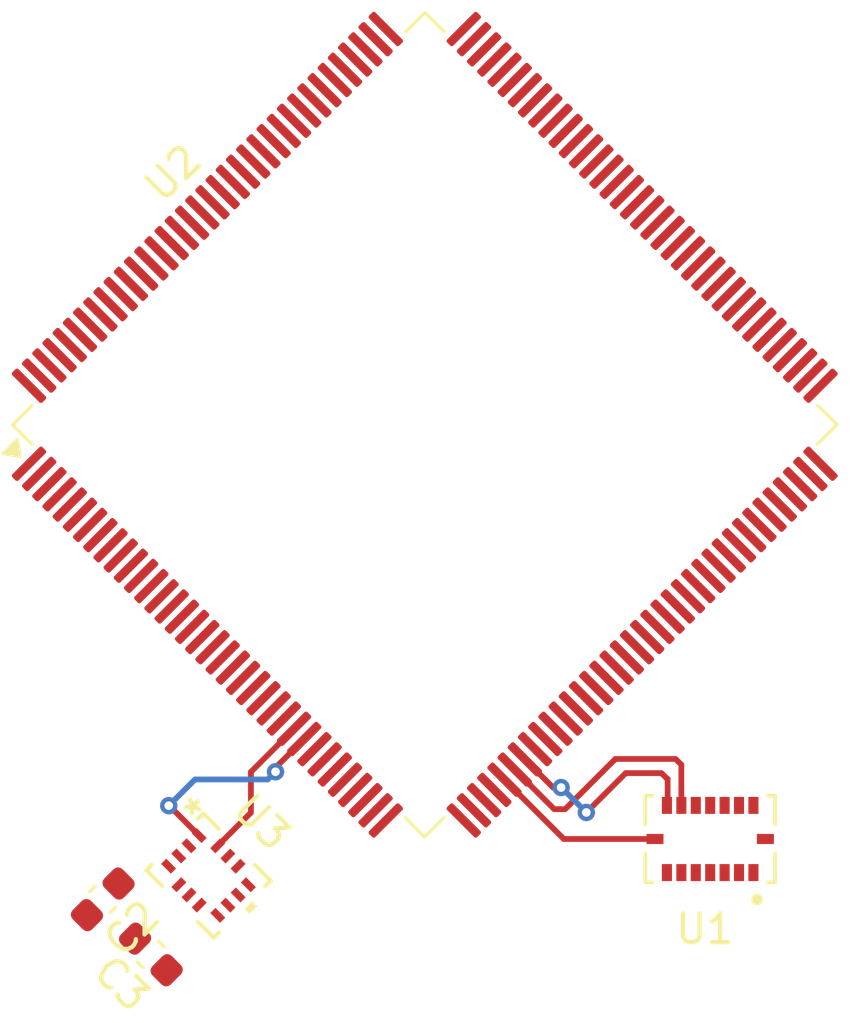
<source format=kicad_pcb>
(kicad_pcb (version 20241229) (generator "pcbnew") (generator_version "9.0")
  (layers (0 "F.Cu" signal) (2 "B.Cu" signal) (13 "F.Paste" user) (15 "B.Paste" user) (5 "F.SilkS" user "F.Silkscreen") (7 "B.SilkS" user "B.Silkscreen") (1 "F.Mask" user) (3 "B.Mask" user) (25 "Edge.Cuts" user))
  (net 0 "")
  (net 13 "SP1_SCK")
  (net 20 "BMI088_CSB_GYRO")
  (net 29 "Net-(U2-VSS-Pad107)")
  (net 39 "BMI088_ACCEL_INT2")
  (net 46 "BMI088_CSB_ACCEL")
  (net 135 "GND")
  (net 136 "VDDIO")
  (net 137 "BMI088_ACCEL_INT1")
  (net 138 "BMI088_GYRO_INT1")
  (net 139 "VDD")
  (net 140 "BMI088_GYRO_INT2")
  (net 141 "SPI2_MOSI")
  (net 142 "SPI2_SCK")
  (net 143 "SPI2_MISO")
  (net 144 "Net-(U3-GNDIO)")
  (net 145 "BMI270_INT1")
  (net 146 "SPI1_MOSI")
  (net 147 "SPI1_MISO")
  (net 149 "BMI270_INT2")
  (footprint "PrototypicalSensorLibrary:BMI088" (layer "F.Cu") (at 49.15 59.205 180)
    (property "Reference" "U1" (at 0.178 -3.121 0) (layer "F.SilkS"))
    (property "Value" "BMI088")
    (fp_line (start 2.25 1.5) (end 2 1.5) (stroke (width 0.127)) (layer "F.SilkS"))
    (fp_line (start 2.25 0.5) (end 2.25 1.5) (stroke (width 0.127)) (layer "F.SilkS"))
    (fp_line (start 2.25 -0.5) (end 2.25 -1.5) (stroke (width 0.127)) (layer "F.SilkS"))
    (fp_line (start 2.25 -1.5) (end 2 -1.5) (stroke (width 0.127)) (layer "F.SilkS"))
    (fp_line (start -2 1.5) (end -2.25 1.5) (stroke (width 0.127)) (layer "F.SilkS"))
    (fp_line (start -2.25 1.5) (end -2.25 0.5) (stroke (width 0.127)) (layer "F.SilkS"))
    (fp_line (start -2.25 -0.5) (end -2.25 -1.5) (stroke (width 0.127)) (layer "F.SilkS"))
    (fp_line (start -2.25 -1.5) (end -2 -1.5) (stroke (width 0.127)) (layer "F.SilkS"))
    (fp_circle (center -1.629 -2.1) (end -1.529 -2.1) (stroke (width 0.2)) (fill no) (layer "F.SilkS"))
    (pad "1" smd rect (at -1.5 -1.165 180) (size 0.35 0.59) (layers "F.Cu" "F.Mask" "F.Paste") (net 39 "BMI088_ACCEL_INT2"))
    (pad "2" smd rect (at -1 -1.165 180) (size 0.35 0.59) (layers "F.Cu" "F.Mask" "F.Paste") (net 135 "GND"))
    (pad "3" smd rect (at -0.5 -1.165 180) (size 0.35 0.59) (layers "F.Cu" "F.Mask" "F.Paste") (net 139 "VDD"))
    (pad "4" smd rect (at 0 -1.164999 180) (size 0.35 0.59) (layers "F.Cu" "F.Mask" "F.Paste") (net 135 "GND"))
    (pad "5" smd rect (at 0.5 -1.165 180) (size 0.35 0.59) (layers "F.Cu" "F.Mask" "F.Paste") (net 20 "BMI088_CSB_GYRO"))
    (pad "6" smd rect (at 1 -1.165 180) (size 0.35 0.59) (layers "F.Cu" "F.Mask" "F.Paste") (net 135 "GND"))
    (pad "7" smd rect (at 1.5 -1.165 180) (size 0.35 0.59) (layers "F.Cu" "F.Mask" "F.Paste") (net 135 "GND"))
    (pad "8" smd rect (at 1.914999 0 180) (size 0.59 0.35) (layers "F.Cu" "F.Mask" "F.Paste") (net 13 "SP1_SCK"))
    (pad "9" smd rect (at 1.5 1.165 180) (size 0.35 0.59) (layers "F.Cu" "F.Mask" "F.Paste") (net 146 "SPI1_MOSI"))
    (pad "10" smd rect (at 1 1.165 180) (size 0.35 0.59) (layers "F.Cu" "F.Mask" "F.Paste") (net 147 "SPI1_MISO"))
    (pad "11" smd rect (at 0.5 1.165 180) (size 0.35 0.59) (layers "F.Cu" "F.Mask" "F.Paste") (net 136 "VDDIO"))
    (pad "12" smd rect (at 0 1.164999 180) (size 0.35 0.59) (layers "F.Cu" "F.Mask" "F.Paste") (net 138 "BMI088_GYRO_INT1"))
    (pad "13" smd rect (at -0.5 1.165 180) (size 0.35 0.59) (layers "F.Cu" "F.Mask" "F.Paste") (net 140 "BMI088_GYRO_INT2"))
    (pad "14" smd rect (at -1 1.165 180) (size 0.35 0.59) (layers "F.Cu" "F.Mask" "F.Paste") (net 46 "BMI088_CSB_ACCEL"))
    (pad "15" smd rect (at -1.5 1.165 180) (size 0.35 0.59) (layers "F.Cu" "F.Mask" "F.Paste") (net 147 "SPI1_MISO"))
    (pad "16" smd rect (at -1.914999 0 180) (size 0.59 0.35) (layers "F.Cu" "F.Mask" "F.Paste") (net 137 "BMI088_ACCEL_INT1"))
  )
  (footprint "Capacitor_SMD:C_0603_1608Metric" (layer "F.Cu") (at 29.75 63.21 135)
    (property "Reference" "C3" (at 0 -1.43 135) (layer "F.SilkS"))
    (property "Value" "100nF")
    (fp_line (start -0.140581 -0.51) (end 0.140581 -0.51) (stroke (width 0.12)) (layer "F.SilkS"))
    (fp_line (start -0.140581 0.51) (end 0.140581 0.51) (stroke (width 0.12)) (layer "F.SilkS"))
    (pad "1" smd roundrect (at -0.775 0 135) (size 0.9 0.95) (layers "F.Cu" "F.Mask" "F.Paste") (net 136 "VDDIO"))
    (pad "2" smd roundrect (at 0.775 0 135) (size 0.9 0.95) (layers "F.Cu" "F.Mask" "F.Paste") (net 144 "Net-(U3-GNDIO)"))
  )
  (footprint "Package_QFP:LQFP-144_20x20mm_P0.5mm" (layer "F.Cu") (at 39.25 44.8375 45)
    (property "Reference" "U2" (at 0 -12.35 45) (layer "F.SilkS"))
    (property "Value" "STM32H753ZITx")
    (fp_line (start -10.11 -10.11) (end -10.11 -9.160001) (stroke (width 0.12)) (layer "F.SilkS"))
    (fp_line (start -9.160001 -10.11) (end -10.11 -10.11) (stroke (width 0.12)) (layer "F.SilkS"))
    (fp_line (start 9.160001 -10.11) (end 10.11 -10.11) (stroke (width 0.12)) (layer "F.SilkS"))
    (fp_line (start 10.11 -10.11) (end 10.11 -9.160001) (stroke (width 0.12)) (layer "F.SilkS"))
    (fp_line (start -10.11 10.11) (end -10.11 9.160001) (stroke (width 0.12)) (layer "F.SilkS"))
    (fp_line (start -9.160001 10.11) (end -10.11 10.11) (stroke (width 0.12)) (layer "F.SilkS"))
    (fp_line (start 9.160001 10.11) (end 10.11 10.11) (stroke (width 0.12)) (layer "F.SilkS"))
    (fp_line (start 10.11 10.11) (end 10.11 9.160001) (stroke (width 0.12)) (layer "F.SilkS"))
    (fp_poly (pts (xy -10.7 -9.160001) (xy -11.04 -9.63) (xy -10.36 -9.63)) (stroke (width 0.12)) (fill yes) (layer "F.SilkS"))
    (pad "1" smd roundrect (at -10.6625 -8.75 45) (size 1.475 0.3) (layers "F.Cu" "F.Mask" "F.Paste"))
    (pad "2" smd roundrect (at -10.6625 -8.25 45) (size 1.475 0.3) (layers "F.Cu" "F.Mask" "F.Paste"))
    (pad "3" smd roundrect (at -10.662501 -7.75 45) (size 1.475 0.3) (layers "F.Cu" "F.Mask" "F.Paste"))
    (pad "4" smd roundrect (at -10.6625 -7.25 45) (size 1.475 0.3) (layers "F.Cu" "F.Mask" "F.Paste"))
    (pad "5" smd roundrect (at -10.6625 -6.75 45) (size 1.475 0.3) (layers "F.Cu" "F.Mask" "F.Paste"))
    (pad "6" smd roundrect (at -10.6625 -6.249999 45) (size 1.475 0.3) (layers "F.Cu" "F.Mask" "F.Paste"))
    (pad "7" smd roundrect (at -10.6625 -5.75 45) (size 1.475 0.3) (layers "F.Cu" "F.Mask" "F.Paste"))
    (pad "8" smd roundrect (at -10.6625 -5.250001 45) (size 1.475 0.3) (layers "F.Cu" "F.Mask" "F.Paste"))
    (pad "9" smd roundrect (at -10.6625 -4.75 45) (size 1.475 0.3) (layers "F.Cu" "F.Mask" "F.Paste"))
    (pad "10" smd roundrect (at -10.6625 -4.25 45) (size 1.475 0.3) (layers "F.Cu" "F.Mask" "F.Paste"))
    (pad "11" smd roundrect (at -10.6625 -3.749999 45) (size 1.475 0.3) (layers "F.Cu" "F.Mask" "F.Paste"))
    (pad "12" smd roundrect (at -10.6625 -3.25 45) (size 1.475 0.3) (layers "F.Cu" "F.Mask" "F.Paste"))
    (pad "13" smd roundrect (at -10.6625 -2.75 45) (size 1.475 0.3) (layers "F.Cu" "F.Mask" "F.Paste"))
    (pad "14" smd roundrect (at -10.6625 -2.25 45) (size 1.475 0.3) (layers "F.Cu" "F.Mask" "F.Paste"))
    (pad "15" smd roundrect (at -10.6625 -1.75 45) (size 1.475 0.3) (layers "F.Cu" "F.Mask" "F.Paste"))
    (pad "16" smd roundrect (at -10.662501 -1.25 45) (size 1.475 0.3) (layers "F.Cu" "F.Mask" "F.Paste") (net 29 "Net-(U2-VSS-Pad107)"))
    (pad "17" smd roundrect (at -10.6625 -0.75 45) (size 1.475 0.3) (layers "F.Cu" "F.Mask" "F.Paste"))
    (pad "18" smd roundrect (at -10.6625 -0.25 45) (size 1.475 0.3) (layers "F.Cu" "F.Mask" "F.Paste"))
    (pad "19" smd roundrect (at -10.6625 0.25 45) (size 1.475 0.3) (layers "F.Cu" "F.Mask" "F.Paste"))
    (pad "20" smd roundrect (at -10.6625 0.75 45) (size 1.475 0.3) (layers "F.Cu" "F.Mask" "F.Paste"))
    (pad "21" smd roundrect (at -10.662501 1.25 45) (size 1.475 0.3) (layers "F.Cu" "F.Mask" "F.Paste"))
    (pad "22" smd roundrect (at -10.6625 1.75 45) (size 1.475 0.3) (layers "F.Cu" "F.Mask" "F.Paste"))
    (pad "23" smd roundrect (at -10.6625 2.25 45) (size 1.475 0.3) (layers "F.Cu" "F.Mask" "F.Paste"))
    (pad "24" smd roundrect (at -10.6625 2.75 45) (size 1.475 0.3) (layers "F.Cu" "F.Mask" "F.Paste"))
    (pad "25" smd roundrect (at -10.6625 3.25 45) (size 1.475 0.3) (layers "F.Cu" "F.Mask" "F.Paste"))
    (pad "26" smd roundrect (at -10.6625 3.749999 45) (size 1.475 0.3) (layers "F.Cu" "F.Mask" "F.Paste"))
    (pad "27" smd roundrect (at -10.6625 4.25 45) (size 1.475 0.3) (layers "F.Cu" "F.Mask" "F.Paste") (net 141 "SPI2_MOSI"))
    (pad "28" smd roundrect (at -10.6625 4.75 45) (size 1.475 0.3) (layers "F.Cu" "F.Mask" "F.Paste") (net 143 "SPI2_MISO"))
    (pad "29" smd roundrect (at -10.6625 5.250001 45) (size 1.475 0.3) (layers "F.Cu" "F.Mask" "F.Paste"))
    (pad "30" smd roundrect (at -10.6625 5.75 45) (size 1.475 0.3) (layers "F.Cu" "F.Mask" "F.Paste"))
    (pad "31" smd roundrect (at -10.6625 6.249999 45) (size 1.475 0.3) (layers "F.Cu" "F.Mask" "F.Paste"))
    (pad "32" smd roundrect (at -10.6625 6.75 45) (size 1.475 0.3) (layers "F.Cu" "F.Mask" "F.Paste"))
    (pad "33" smd roundrect (at -10.6625 7.25 45) (size 1.475 0.3) (layers "F.Cu" "F.Mask" "F.Paste"))
    (pad "34" smd roundrect (at -10.662501 7.75 45) (size 1.475 0.3) (layers "F.Cu" "F.Mask" "F.Paste"))
    (pad "35" smd roundrect (at -10.6625 8.25 45) (size 1.475 0.3) (layers "F.Cu" "F.Mask" "F.Paste"))
    (pad "36" smd roundrect (at -10.6625 8.75 45) (size 1.475 0.3) (layers "F.Cu" "F.Mask" "F.Paste"))
    (pad "37" smd roundrect (at -8.75 10.6625 45) (size 0.3 1.475) (layers "F.Cu" "F.Mask" "F.Paste"))
    (pad "38" smd roundrect (at -8.25 10.6625 45) (size 0.3 1.475) (layers "F.Cu" "F.Mask" "F.Paste") (net 29 "Net-(U2-VSS-Pad107)"))
    (pad "39" smd roundrect (at -7.75 10.662501 45) (size 0.3 1.475) (layers "F.Cu" "F.Mask" "F.Paste"))
    (pad "40" smd roundrect (at -7.25 10.6625 45) (size 0.3 1.475) (layers "F.Cu" "F.Mask" "F.Paste"))
    (pad "41" smd roundrect (at -6.75 10.6625 45) (size 0.3 1.475) (layers "F.Cu" "F.Mask" "F.Paste") (net 13 "SP1_SCK"))
    (pad "42" smd roundrect (at -6.249999 10.6625 45) (size 0.3 1.475) (layers "F.Cu" "F.Mask" "F.Paste") (net 147 "SPI1_MISO"))
    (pad "43" smd roundrect (at -5.75 10.6625 45) (size 0.3 1.475) (layers "F.Cu" "F.Mask" "F.Paste") (net 146 "SPI1_MOSI"))
    (pad "44" smd roundrect (at -5.250001 10.6625 45) (size 0.3 1.475) (layers "F.Cu" "F.Mask" "F.Paste"))
    (pad "45" smd roundrect (at -4.75 10.6625 45) (size 0.3 1.475) (layers "F.Cu" "F.Mask" "F.Paste"))
    (pad "46" smd roundrect (at -4.25 10.6625 45) (size 0.3 1.475) (layers "F.Cu" "F.Mask" "F.Paste"))
    (pad "47" smd roundrect (at -3.749999 10.6625 45) (size 0.3 1.475) (layers "F.Cu" "F.Mask" "F.Paste"))
    (pad "48" smd roundrect (at -3.25 10.6625 45) (size 0.3 1.475) (layers "F.Cu" "F.Mask" "F.Paste"))
    (pad "49" smd roundrect (at -2.75 10.6625 45) (size 0.3 1.475) (layers "F.Cu" "F.Mask" "F.Paste"))
    (pad "50" smd roundrect (at -2.25 10.6625 45) (size 0.3 1.475) (layers "F.Cu" "F.Mask" "F.Paste"))
    (pad "51" smd roundrect (at -1.75 10.6625 45) (size 0.3 1.475) (layers "F.Cu" "F.Mask" "F.Paste") (net 29 "Net-(U2-VSS-Pad107)"))
    (pad "52" smd roundrect (at -1.25 10.662501 45) (size 0.3 1.475) (layers "F.Cu" "F.Mask" "F.Paste"))
    (pad "53" smd roundrect (at -0.75 10.6625 45) (size 0.3 1.475) (layers "F.Cu" "F.Mask" "F.Paste"))
    (pad "54" smd roundrect (at -0.25 10.6625 45) (size 0.3 1.475) (layers "F.Cu" "F.Mask" "F.Paste"))
    (pad "55" smd roundrect (at 0.25 10.6625 45) (size 0.3 1.475) (layers "F.Cu" "F.Mask" "F.Paste"))
    (pad "56" smd roundrect (at 0.75 10.6625 45) (size 0.3 1.475) (layers "F.Cu" "F.Mask" "F.Paste"))
    (pad "57" smd roundrect (at 1.25 10.662501 45) (size 0.3 1.475) (layers "F.Cu" "F.Mask" "F.Paste"))
    (pad "58" smd roundrect (at 1.75 10.6625 45) (size 0.3 1.475) (layers "F.Cu" "F.Mask" "F.Paste"))
    (pad "59" smd roundrect (at 2.25 10.6625 45) (size 0.3 1.475) (layers "F.Cu" "F.Mask" "F.Paste"))
    (pad "60" smd roundrect (at 2.75 10.6625 45) (size 0.3 1.475) (layers "F.Cu" "F.Mask" "F.Paste"))
    (pad "61" smd roundrect (at 3.25 10.6625 45) (size 0.3 1.475) (layers "F.Cu" "F.Mask" "F.Paste") (net 29 "Net-(U2-VSS-Pad107)"))
    (pad "62" smd roundrect (at 3.749999 10.6625 45) (size 0.3 1.475) (layers "F.Cu" "F.Mask" "F.Paste"))
    (pad "63" smd roundrect (at 4.25 10.6625 45) (size 0.3 1.475) (layers "F.Cu" "F.Mask" "F.Paste"))
    (pad "64" smd roundrect (at 4.75 10.6625 45) (size 0.3 1.475) (layers "F.Cu" "F.Mask" "F.Paste"))
    (pad "65" smd roundrect (at 5.250001 10.6625 45) (size 0.3 1.475) (layers "F.Cu" "F.Mask" "F.Paste"))
    (pad "66" smd roundrect (at 5.75 10.6625 45) (size 0.3 1.475) (layers "F.Cu" "F.Mask" "F.Paste"))
    (pad "67" smd roundrect (at 6.249999 10.6625 45) (size 0.3 1.475) (layers "F.Cu" "F.Mask" "F.Paste"))
    (pad "68" smd roundrect (at 6.75 10.6625 45) (size 0.3 1.475) (layers "F.Cu" "F.Mask" "F.Paste"))
    (pad "69" smd roundrect (at 7.25 10.6625 45) (size 0.3 1.475) (layers "F.Cu" "F.Mask" "F.Paste") (net 142 "SPI2_SCK"))
    (pad "70" smd roundrect (at 7.75 10.662501 45) (size 0.3 1.475) (layers "F.Cu" "F.Mask" "F.Paste"))
    (pad "71" smd roundrect (at 8.25 10.6625 45) (size 0.3 1.475) (layers "F.Cu" "F.Mask" "F.Paste"))
    (pad "72" smd roundrect (at 8.75 10.6625 45) (size 0.3 1.475) (layers "F.Cu" "F.Mask" "F.Paste"))
    (pad "73" smd roundrect (at 10.6625 8.75 45) (size 1.475 0.3) (layers "F.Cu" "F.Mask" "F.Paste"))
    (pad "74" smd roundrect (at 10.6625 8.25 45) (size 1.475 0.3) (layers "F.Cu" "F.Mask" "F.Paste"))
    (pad "75" smd roundrect (at 10.662501 7.75 45) (size 1.475 0.3) (layers "F.Cu" "F.Mask" "F.Paste"))
    (pad "76" smd roundrect (at 10.6625 7.25 45) (size 1.475 0.3) (layers "F.Cu" "F.Mask" "F.Paste"))
    (pad "77" smd roundrect (at 10.6625 6.75 45) (size 1.475 0.3) (layers "F.Cu" "F.Mask" "F.Paste"))
    (pad "78" smd roundrect (at 10.6625 6.249999 45) (size 1.475 0.3) (layers "F.Cu" "F.Mask" "F.Paste"))
    (pad "79" smd roundrect (at 10.6625 5.75 45) (size 1.475 0.3) (layers "F.Cu" "F.Mask" "F.Paste"))
    (pad "80" smd roundrect (at 10.6625 5.250001 45) (size 1.475 0.3) (layers "F.Cu" "F.Mask" "F.Paste"))
    (pad "81" smd roundrect (at 10.6625 4.75 45) (size 1.475 0.3) (layers "F.Cu" "F.Mask" "F.Paste"))
    (pad "82" smd roundrect (at 10.6625 4.25 45) (size 1.475 0.3) (layers "F.Cu" "F.Mask" "F.Paste"))
    (pad "83" smd roundrect (at 10.6625 3.749999 45) (size 1.475 0.3) (layers "F.Cu" "F.Mask" "F.Paste") (net 29 "Net-(U2-VSS-Pad107)"))
    (pad "84" smd roundrect (at 10.6625 3.25 45) (size 1.475 0.3) (layers "F.Cu" "F.Mask" "F.Paste"))
    (pad "85" smd roundrect (at 10.6625 2.75 45) (size 1.475 0.3) (layers "F.Cu" "F.Mask" "F.Paste"))
    (pad "86" smd roundrect (at 10.6625 2.25 45) (size 1.475 0.3) (layers "F.Cu" "F.Mask" "F.Paste"))
    (pad "87" smd roundrect (at 10.6625 1.75 45) (size 1.475 0.3) (layers "F.Cu" "F.Mask" "F.Paste"))
    (pad "88" smd roundrect (at 10.662501 1.25 45) (size 1.475 0.3) (layers "F.Cu" "F.Mask" "F.Paste"))
    (pad "89" smd roundrect (at 10.6625 0.75 45) (size 1.475 0.3) (layers "F.Cu" "F.Mask" "F.Paste"))
    (pad "90" smd roundrect (at 10.6625 0.25 45) (size 1.475 0.3) (layers "F.Cu" "F.Mask" "F.Paste"))
    (pad "91" smd roundrect (at 10.6625 -0.25 45) (size 1.475 0.3) (layers "F.Cu" "F.Mask" "F.Paste"))
    (pad "92" smd roundrect (at 10.6625 -0.75 45) (size 1.475 0.3) (layers "F.Cu" "F.Mask" "F.Paste"))
    (pad "93" smd roundrect (at 10.662501 -1.25 45) (size 1.475 0.3) (layers "F.Cu" "F.Mask" "F.Paste"))
    (pad "94" smd roundrect (at 10.6625 -1.75 45) (size 1.475 0.3) (layers "F.Cu" "F.Mask" "F.Paste") (net 29 "Net-(U2-VSS-Pad107)"))
    (pad "95" smd roundrect (at 10.6625 -2.25 45) (size 1.475 0.3) (layers "F.Cu" "F.Mask" "F.Paste"))
    (pad "96" smd roundrect (at 10.6625 -2.75 45) (size 1.475 0.3) (layers "F.Cu" "F.Mask" "F.Paste"))
    (pad "97" smd roundrect (at 10.6625 -3.25 45) (size 1.475 0.3) (layers "F.Cu" "F.Mask" "F.Paste"))
    (pad "98" smd roundrect (at 10.6625 -3.749999 45) (size 1.475 0.3) (layers "F.Cu" "F.Mask" "F.Paste"))
    (pad "99" smd roundrect (at 10.6625 -4.25 45) (size 1.475 0.3) (layers "F.Cu" "F.Mask" "F.Paste"))
    (pad "100" smd roundrect (at 10.6625 -4.75 45) (size 1.475 0.3) (layers "F.Cu" "F.Mask" "F.Paste"))
    (pad "101" smd roundrect (at 10.6625 -5.250001 45) (size 1.475 0.3) (layers "F.Cu" "F.Mask" "F.Paste"))
    (pad "102" smd roundrect (at 10.6625 -5.75 45) (size 1.475 0.3) (layers "F.Cu" "F.Mask" "F.Paste"))
    (pad "103" smd roundrect (at 10.6625 -6.249999 45) (size 1.475 0.3) (layers "F.Cu" "F.Mask" "F.Paste"))
    (pad "104" smd roundrect (at 10.6625 -6.75 45) (size 1.475 0.3) (layers "F.Cu" "F.Mask" "F.Paste"))
    (pad "105" smd roundrect (at 10.6625 -7.25 45) (size 1.475 0.3) (layers "F.Cu" "F.Mask" "F.Paste"))
    (pad "106" smd roundrect (at 10.662501 -7.75 45) (size 1.475 0.3) (layers "F.Cu" "F.Mask" "F.Paste"))
    (pad "107" smd roundrect (at 10.6625 -8.25 45) (size 1.475 0.3) (layers "F.Cu" "F.Mask" "F.Paste") (net 29 "Net-(U2-VSS-Pad107)"))
    (pad "108" smd roundrect (at 10.6625 -8.75 45) (size 1.475 0.3) (layers "F.Cu" "F.Mask" "F.Paste"))
    (pad "109" smd roundrect (at 8.75 -10.6625 45) (size 0.3 1.475) (layers "F.Cu" "F.Mask" "F.Paste"))
    (pad "110" smd roundrect (at 8.25 -10.6625 45) (size 0.3 1.475) (layers "F.Cu" "F.Mask" "F.Paste"))
    (pad "111" smd roundrect (at 7.75 -10.662501 45) (size 0.3 1.475) (layers "F.Cu" "F.Mask" "F.Paste"))
    (pad "112" smd roundrect (at 7.25 -10.6625 45) (size 0.3 1.475) (layers "F.Cu" "F.Mask" "F.Paste"))
    (pad "113" smd roundrect (at 6.75 -10.6625 45) (size 0.3 1.475) (layers "F.Cu" "F.Mask" "F.Paste"))
    (pad "114" smd roundrect (at 6.249999 -10.6625 45) (size 0.3 1.475) (layers "F.Cu" "F.Mask" "F.Paste"))
    (pad "115" smd roundrect (at 5.75 -10.6625 45) (size 0.3 1.475) (layers "F.Cu" "F.Mask" "F.Paste"))
    (pad "116" smd roundrect (at 5.250001 -10.6625 45) (size 0.3 1.475) (layers "F.Cu" "F.Mask" "F.Paste"))
    (pad "117" smd roundrect (at 4.75 -10.6625 45) (size 0.3 1.475) (layers "F.Cu" "F.Mask" "F.Paste"))
    (pad "118" smd roundrect (at 4.25 -10.6625 45) (size 0.3 1.475) (layers "F.Cu" "F.Mask" "F.Paste"))
    (pad "119" smd roundrect (at 3.749999 -10.6625 45) (size 0.3 1.475) (layers "F.Cu" "F.Mask" "F.Paste"))
    (pad "120" smd roundrect (at 3.25 -10.6625 45) (size 0.3 1.475) (layers "F.Cu" "F.Mask" "F.Paste") (net 29 "Net-(U2-VSS-Pad107)"))
    (pad "121" smd roundrect (at 2.75 -10.6625 45) (size 0.3 1.475) (layers "F.Cu" "F.Mask" "F.Paste"))
    (pad "122" smd roundrect (at 2.25 -10.6625 45) (size 0.3 1.475) (layers "F.Cu" "F.Mask" "F.Paste"))
    (pad "123" smd roundrect (at 1.75 -10.6625 45) (size 0.3 1.475) (layers "F.Cu" "F.Mask" "F.Paste"))
    (pad "124" smd roundrect (at 1.25 -10.662501 45) (size 0.3 1.475) (layers "F.Cu" "F.Mask" "F.Paste"))
    (pad "125" smd roundrect (at 0.75 -10.6625 45) (size 0.3 1.475) (layers "F.Cu" "F.Mask" "F.Paste"))
    (pad "126" smd roundrect (at 0.25 -10.6625 45) (size 0.3 1.475) (layers "F.Cu" "F.Mask" "F.Paste"))
    (pad "127" smd roundrect (at -0.25 -10.6625 45) (size 0.3 1.475) (layers "F.Cu" "F.Mask" "F.Paste"))
    (pad "128" smd roundrect (at -0.75 -10.6625 45) (size 0.3 1.475) (layers "F.Cu" "F.Mask" "F.Paste"))
    (pad "129" smd roundrect (at -1.25 -10.662501 45) (size 0.3 1.475) (layers "F.Cu" "F.Mask" "F.Paste"))
    (pad "130" smd roundrect (at -1.75 -10.6625 45) (size 0.3 1.475) (layers "F.Cu" "F.Mask" "F.Paste") (net 29 "Net-(U2-VSS-Pad107)"))
    (pad "131" smd roundrect (at -2.25 -10.6625 45) (size 0.3 1.475) (layers "F.Cu" "F.Mask" "F.Paste"))
    (pad "132" smd roundrect (at -2.75 -10.6625 45) (size 0.3 1.475) (layers "F.Cu" "F.Mask" "F.Paste"))
    (pad "133" smd roundrect (at -3.25 -10.6625 45) (size 0.3 1.475) (layers "F.Cu" "F.Mask" "F.Paste"))
    (pad "134" smd roundrect (at -3.749999 -10.6625 45) (size 0.3 1.475) (layers "F.Cu" "F.Mask" "F.Paste"))
    (pad "135" smd roundrect (at -4.25 -10.6625 45) (size 0.3 1.475) (layers "F.Cu" "F.Mask" "F.Paste"))
    (pad "136" smd roundrect (at -4.75 -10.6625 45) (size 0.3 1.475) (layers "F.Cu" "F.Mask" "F.Paste"))
    (pad "137" smd roundrect (at -5.250001 -10.6625 45) (size 0.3 1.475) (layers "F.Cu" "F.Mask" "F.Paste"))
    (pad "138" smd roundrect (at -5.75 -10.6625 45) (size 0.3 1.475) (layers "F.Cu" "F.Mask" "F.Paste"))
    (pad "139" smd roundrect (at -6.249999 -10.6625 45) (size 0.3 1.475) (layers "F.Cu" "F.Mask" "F.Paste"))
    (pad "140" smd roundrect (at -6.75 -10.6625 45) (size 0.3 1.475) (layers "F.Cu" "F.Mask" "F.Paste"))
    (pad "141" smd roundrect (at -7.25 -10.6625 45) (size 0.3 1.475) (layers "F.Cu" "F.Mask" "F.Paste"))
    (pad "142" smd roundrect (at -7.75 -10.662501 45) (size 0.3 1.475) (layers "F.Cu" "F.Mask" "F.Paste"))
    (pad "143" smd roundrect (at -8.25 -10.6625 45) (size 0.3 1.475) (layers "F.Cu" "F.Mask" "F.Paste"))
    (pad "144" smd roundrect (at -8.75 -10.6625 45) (size 0.3 1.475) (layers "F.Cu" "F.Mask" "F.Paste"))
  )
  (footprint "Prototypical:BMI270_BOS" (layer "F.Cu") (at 31.7475 60.47 -45)
    (property "Reference" "U3" (at 0 -2.619999 315) (layer "F.SilkS"))
    (property "Value" "BMI270")
    (fp_line (start -1.651 1.397) (end -0.890487 1.397) (stroke (width 0.1524)) (layer "F.SilkS"))
    (fp_line (start -1.651 1.140489) (end -1.651 1.397) (stroke (width 0.1524)) (layer "F.SilkS"))
    (fp_line (start 0.890487 1.397) (end 1.651 1.397) (stroke (width 0.1524)) (layer "F.SilkS"))
    (fp_line (start -1.651 -1.397) (end -1.651 -1.140489) (stroke (width 0.1524)) (layer "F.SilkS"))
    (fp_line (start 1.651 1.397) (end 1.651 1.140489) (stroke (width 0.1524)) (layer "F.SilkS"))
    (fp_line (start -0.890487 -1.397) (end -1.651 -1.397) (stroke (width 0.1524)) (layer "F.SilkS"))
    (fp_line (start 1.651 -1.140489) (end 1.651 -1.397) (stroke (width 0.1524)) (layer "F.SilkS"))
    (fp_line (start 1.651 -1.397) (end 0.890487 -1.397) (stroke (width 0.1524)) (layer "F.SilkS"))
    (fp_poly (pts (xy 1.9558 -0.4405) (xy 1.9558 -0.0595) (xy 1.7018 -0.059499) (xy 1.7018 -0.4405)) (fill yes) (layer "F.SilkS"))
    (fp_text user "*" (at -2.0828 -1 135) (layer "F.SilkS"))
    (fp_text user "*" (at -2.0828 -1 315) (layer "F.SilkS"))
    (pad "1" smd rect (at -1.2065 -0.750001 45) (size 0.254 0.4826) (layers "F.Cu" "F.Mask" "F.Paste") (net 143 "SPI2_MISO"))
    (pad "2" smd rect (at -1.2065 -0.25 45) (size 0.254 0.4826) (layers "F.Cu" "F.Mask" "F.Paste"))
    (pad "3" smd rect (at -1.2065 0.25 45) (size 0.254 0.4826) (layers "F.Cu" "F.Mask" "F.Paste"))
    (pad "4" smd rect (at -1.2065 0.750001 45) (size 0.254 0.4826) (layers "F.Cu" "F.Mask" "F.Paste") (net 145 "BMI270_INT1"))
    (pad "5" smd rect (at -0.499999 0.9525 315) (size 0.254 0.4826) (layers "F.Cu" "F.Mask" "F.Paste") (net 139 "VDD"))
    (pad "6" smd rect (at 0 0.9525 315) (size 0.254 0.4826) (layers "F.Cu" "F.Mask" "F.Paste") (net 144 "Net-(U3-GNDIO)"))
    (pad "7" smd rect (at 0.499999 0.9525 315) (size 0.254 0.4826) (layers "F.Cu" "F.Mask" "F.Paste") (net 135 "GND"))
    (pad "8" smd rect (at 1.2065 0.750001 45) (size 0.254 0.4826) (layers "F.Cu" "F.Mask" "F.Paste") (net 136 "VDDIO"))
    (pad "9" smd rect (at 1.2065 0.25 45) (size 0.254 0.4826) (layers "F.Cu" "F.Mask" "F.Paste") (net 149 "BMI270_INT2"))
    (pad "10" smd rect (at 1.2065 -0.25 45) (size 0.254 0.4826) (layers "F.Cu" "F.Mask" "F.Paste"))
    (pad "11" smd rect (at 1.2065 -0.750001 45) (size 0.254 0.4826) (layers "F.Cu" "F.Mask" "F.Paste"))
    (pad "12" smd rect (at 0.499999 -0.9525 315) (size 0.254 0.4826) (layers "F.Cu" "F.Mask" "F.Paste"))
    (pad "13" smd rect (at 0 -0.9525 315) (size 0.254 0.4826) (layers "F.Cu" "F.Mask" "F.Paste") (net 142 "SPI2_SCK"))
    (pad "14" smd rect (at -0.499999 -0.9525 315) (size 0.254 0.4826) (layers "F.Cu" "F.Mask" "F.Paste") (net 141 "SPI2_MOSI"))
  )
  (footprint "Capacitor_SMD:C_0603_1608Metric" (layer "F.Cu") (at 28.081992 61.298008 -135)
    (property "Reference" "C2" (at 0 -1.43 45) (layer "F.SilkS"))
    (property "Value" "100nF")
    (fp_line (start -0.140581 0.51) (end 0.140581 0.51) (stroke (width 0.12)) (layer "F.SilkS"))
    (fp_line (start -0.140581 -0.51) (end 0.140581 -0.51) (stroke (width 0.12)) (layer "F.SilkS"))
    (pad "1" smd roundrect (at -0.775 0 225) (size 0.9 0.95) (layers "F.Cu" "F.Mask" "F.Paste") (net 139 "VDD"))
    (pad "2" smd roundrect (at 0.775 0 225) (size 0.9 0.95) (layers "F.Cu" "F.Mask" "F.Paste") (net 135 "GND"))
  )
  (segment (start 42.016555 57.149997) (end 44.071558 59.205) (width 0.2) (layer "F.Cu") (net 13))
  (segment (start 44.071558 59.205) (end 47.235001 59.205) (width 0.2) (layer "F.Cu") (net 13))
  (segment (start 33.22 58.290395) (end 32.067467 59.442928) (width 0.2) (layer "F.Cu") (net 141))
  (segment (start 34.715678 55.38223) (end 33.22 56.877908) (width 0.2) (layer "F.Cu") (net 141))
  (segment (start 33.22 56.877908) (end 33.22 58.290395) (width 0.2) (layer "F.Cu") (net 141))
  (segment (start 34.06 56.745014) (end 35.069231 55.735783) (width 0.2) (layer "F.Cu") (net 143))
  (segment (start 30.37 58.05) (end 30.388161 58.05) (width 0.2) (layer "F.Cu") (net 143))
  (segment (start 34.06 56.86) (end 34.06 56.745014) (width 0.2) (layer "F.Cu") (net 143))
  (segment (start 34.073219 56.873219) (end 34.06 56.86) (width 0.2) (layer "F.Cu") (net 143))
  (segment (start 30.388161 58.05) (end 31.424706 59.086545) (width 0.2) (layer "F.Cu") (net 143))
  (via (at 34.073219 56.873219) (size 0.6) (drill 0.3) (layers "F.Cu" "B.Cu") (net 143))
  (via (at 30.37 58.05) (size 0.6) (drill 0.3) (layers "F.Cu" "B.Cu") (net 143))
  (segment (start 31.28 57.14) (end 30.37 58.05) (width 0.2) (layer "B.Cu") (net 143))
  (segment (start 34.073219 56.873219) (end 33.806438 57.14) (width 0.2) (layer "B.Cu") (net 143))
  (segment (start 33.806438 57.14) (end 31.28 57.14) (width 0.2) (layer "B.Cu") (net 143))
  (segment (start 47.674 57.124) (end 47.674 58.016) (width 0.2) (layer "F.Cu") (net 146))
  (segment (start 43.700772 57.42) (end 42.723662 56.44289) (width 0.2) (layer "F.Cu") (net 146))
  (segment (start 44.854265 58.284265) (end 46.21853 56.92) (width 0.2) (layer "F.Cu") (net 146))
  (segment (start 47.46 56.92) (end 47.65 57.11) (width 0.2) (layer "F.Cu") (net 146))
  (segment (start 47.65 57.11) (end 47.66 57.11) (width 0.2) (layer "F.Cu") (net 146))
  (segment (start 46.21853 56.92) (end 47.46 56.92) (width 0.2) (layer "F.Cu") (net 146))
  (segment (start 43.98 57.42) (end 43.700772 57.42) (width 0.2) (layer "F.Cu") (net 146))
  (segment (start 47.674 58.016) (end 47.65 58.04) (width 0.2) (layer "F.Cu") (net 146))
  (segment (start 42.723662 56.44289) (end 42.723662 56.443662) (width 0.2) (layer "F.Cu") (net 146))
  (segment (start 47.66 57.11) (end 47.674 57.124) (width 0.2) (layer "F.Cu") (net 146))
  (via (at 44.854265 58.284265) (size 0.6) (drill 0.3) (layers "F.Cu" "B.Cu") (net 146))
  (via (at 43.98 57.42) (size 0.6) (drill 0.3) (layers "F.Cu" "B.Cu") (net 146))
  (segment (start 43.99 57.42) (end 44.854265 58.284265) (width 0.2) (layer "B.Cu") (net 146))
  (segment (start 43.98 57.42) (end 43.99 57.42) (width 0.2) (layer "B.Cu") (net 146))
  (segment (start 42.370109 56.790109) (end 42.36 56.78) (width 0.2) (layer "F.Cu") (net 147))
  (segment (start 42.915517 57.341851) (end 42.915517 57.345517) (width 0.2) (layer "F.Cu") (net 147))
  (segment (start 44.12 58.17) (end 45.86 56.43) (width 0.2) (layer "F.Cu") (net 147))
  (segment (start 42.915517 57.345517) (end 43.74 58.17) (width 0.2) (layer "F.Cu") (net 147))
  (segment (start 42.370109 56.796443) (end 42.915517 57.341851) (width 0.2) (layer "F.Cu") (net 147))
  (segment (start 47.95 56.43) (end 48.15 56.63) (width 0.2) (layer "F.Cu") (net 147))
  (segment (start 45.86 56.43) (end 47.95 56.43) (width 0.2) (layer "F.Cu") (net 147))
  (segment (start 43.74 58.17) (end 44.12 58.17) (width 0.2) (layer "F.Cu") (net 147))
  (segment (start 48.15 56.63) (end 48.15 58.04) (width 0.2) (layer "F.Cu") (net 147))
)
</source>
